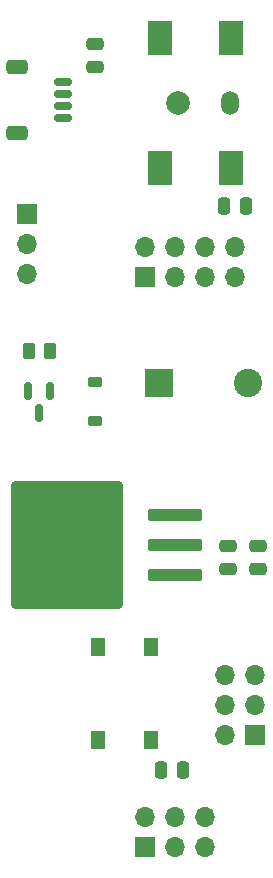
<source format=gbr>
%TF.GenerationSoftware,KiCad,Pcbnew,8.0.8*%
%TF.CreationDate,2025-01-26T19:36:25-06:00*%
%TF.ProjectId,ptSolar-Breakout,7074536f-6c61-4722-9d42-7265616b6f75,rev?*%
%TF.SameCoordinates,Original*%
%TF.FileFunction,Soldermask,Top*%
%TF.FilePolarity,Negative*%
%FSLAX46Y46*%
G04 Gerber Fmt 4.6, Leading zero omitted, Abs format (unit mm)*
G04 Created by KiCad (PCBNEW 8.0.8) date 2025-01-26 19:36:25*
%MOMM*%
%LPD*%
G01*
G04 APERTURE LIST*
G04 Aperture macros list*
%AMRoundRect*
0 Rectangle with rounded corners*
0 $1 Rounding radius*
0 $2 $3 $4 $5 $6 $7 $8 $9 X,Y pos of 4 corners*
0 Add a 4 corners polygon primitive as box body*
4,1,4,$2,$3,$4,$5,$6,$7,$8,$9,$2,$3,0*
0 Add four circle primitives for the rounded corners*
1,1,$1+$1,$2,$3*
1,1,$1+$1,$4,$5*
1,1,$1+$1,$6,$7*
1,1,$1+$1,$8,$9*
0 Add four rect primitives between the rounded corners*
20,1,$1+$1,$2,$3,$4,$5,0*
20,1,$1+$1,$4,$5,$6,$7,0*
20,1,$1+$1,$6,$7,$8,$9,0*
20,1,$1+$1,$8,$9,$2,$3,0*%
G04 Aperture macros list end*
%ADD10R,1.300000X1.550000*%
%ADD11RoundRect,0.225000X-0.375000X0.225000X-0.375000X-0.225000X0.375000X-0.225000X0.375000X0.225000X0*%
%ADD12O,1.700000X1.700000*%
%ADD13R,1.700000X1.700000*%
%ADD14RoundRect,0.250000X2.050000X0.300000X-2.050000X0.300000X-2.050000X-0.300000X2.050000X-0.300000X0*%
%ADD15RoundRect,0.250002X4.449998X5.149998X-4.449998X5.149998X-4.449998X-5.149998X4.449998X-5.149998X0*%
%ADD16RoundRect,0.250000X0.262500X0.450000X-0.262500X0.450000X-0.262500X-0.450000X0.262500X-0.450000X0*%
%ADD17RoundRect,0.150000X-0.150000X0.587500X-0.150000X-0.587500X0.150000X-0.587500X0.150000X0.587500X0*%
%ADD18O,1.500000X2.000000*%
%ADD19C,2.000000*%
%ADD20R,2.000000X3.000000*%
%ADD21RoundRect,0.150000X-0.625000X0.150000X-0.625000X-0.150000X0.625000X-0.150000X0.625000X0.150000X0*%
%ADD22RoundRect,0.250000X-0.650000X0.350000X-0.650000X-0.350000X0.650000X-0.350000X0.650000X0.350000X0*%
%ADD23RoundRect,0.250000X-0.475000X0.250000X-0.475000X-0.250000X0.475000X-0.250000X0.475000X0.250000X0*%
%ADD24RoundRect,0.250000X0.475000X-0.250000X0.475000X0.250000X-0.475000X0.250000X-0.475000X-0.250000X0*%
%ADD25RoundRect,0.250000X0.250000X0.475000X-0.250000X0.475000X-0.250000X-0.475000X0.250000X-0.475000X0*%
%ADD26RoundRect,0.250000X-0.250000X-0.475000X0.250000X-0.475000X0.250000X0.475000X-0.250000X0.475000X0*%
%ADD27R,2.400000X2.400000*%
%ADD28C,2.400000*%
G04 APERTURE END LIST*
D10*
%TO.C,SW2*%
X156250000Y-122025000D03*
X156250000Y-129975000D03*
X151750000Y-122025000D03*
X151750000Y-129975000D03*
%TD*%
D11*
%TO.C,D1*%
X151500000Y-99600000D03*
X151500000Y-102900000D03*
%TD*%
D12*
%TO.C,J5*%
X145750000Y-90500000D03*
X145750000Y-87960000D03*
D13*
X145750000Y-85420000D03*
%TD*%
%TO.C,J4*%
X155700000Y-90740000D03*
D12*
X155700000Y-88200000D03*
X158240000Y-90740000D03*
X158240000Y-88200000D03*
X160780000Y-90740000D03*
X160780000Y-88200000D03*
X163320000Y-90740000D03*
X163320000Y-88200000D03*
%TD*%
D14*
%TO.C,U1*%
X158250000Y-116000000D03*
X158250000Y-113460000D03*
D15*
X149100000Y-113460000D03*
D14*
X158250000Y-110920000D03*
%TD*%
D16*
%TO.C,R1*%
X147662500Y-97000000D03*
X145837500Y-97000000D03*
%TD*%
D17*
%TO.C,Q1*%
X147700000Y-100375000D03*
X145800000Y-100375000D03*
X146750000Y-102250000D03*
%TD*%
D18*
%TO.C,J6*%
X162900000Y-76000000D03*
D19*
X158500000Y-76000000D03*
D20*
X163000000Y-81500000D03*
X157000000Y-81500000D03*
X157000000Y-70500000D03*
X163000000Y-70500000D03*
%TD*%
D13*
%TO.C,J3*%
X155700000Y-139000000D03*
D12*
X155700000Y-136460000D03*
X158240000Y-139000000D03*
X158240000Y-136460000D03*
X160780000Y-139000000D03*
X160780000Y-136460000D03*
%TD*%
D21*
%TO.C,J2*%
X148750000Y-74250000D03*
X148750000Y-75250000D03*
X148750000Y-76250000D03*
X148750000Y-77250000D03*
D22*
X144875000Y-72950000D03*
X144875000Y-78550000D03*
%TD*%
D13*
%TO.C,J1*%
X165000000Y-129500000D03*
D12*
X162460000Y-129500000D03*
X165000000Y-126960000D03*
X162460000Y-126960000D03*
X165000000Y-124420000D03*
X162460000Y-124420000D03*
%TD*%
D23*
%TO.C,C6*%
X162750000Y-113550000D03*
X162750000Y-115450000D03*
%TD*%
D24*
%TO.C,C5*%
X151500000Y-72950000D03*
X151500000Y-71050000D03*
%TD*%
D25*
%TO.C,C4*%
X158950000Y-132500000D03*
X157050000Y-132500000D03*
%TD*%
D23*
%TO.C,C3*%
X165250000Y-113550000D03*
X165250000Y-115450000D03*
%TD*%
D26*
%TO.C,C2*%
X162350000Y-84750000D03*
X164250000Y-84750000D03*
%TD*%
D27*
%TO.C,C1*%
X156926041Y-99750000D03*
D28*
X164426041Y-99750000D03*
%TD*%
M02*

</source>
